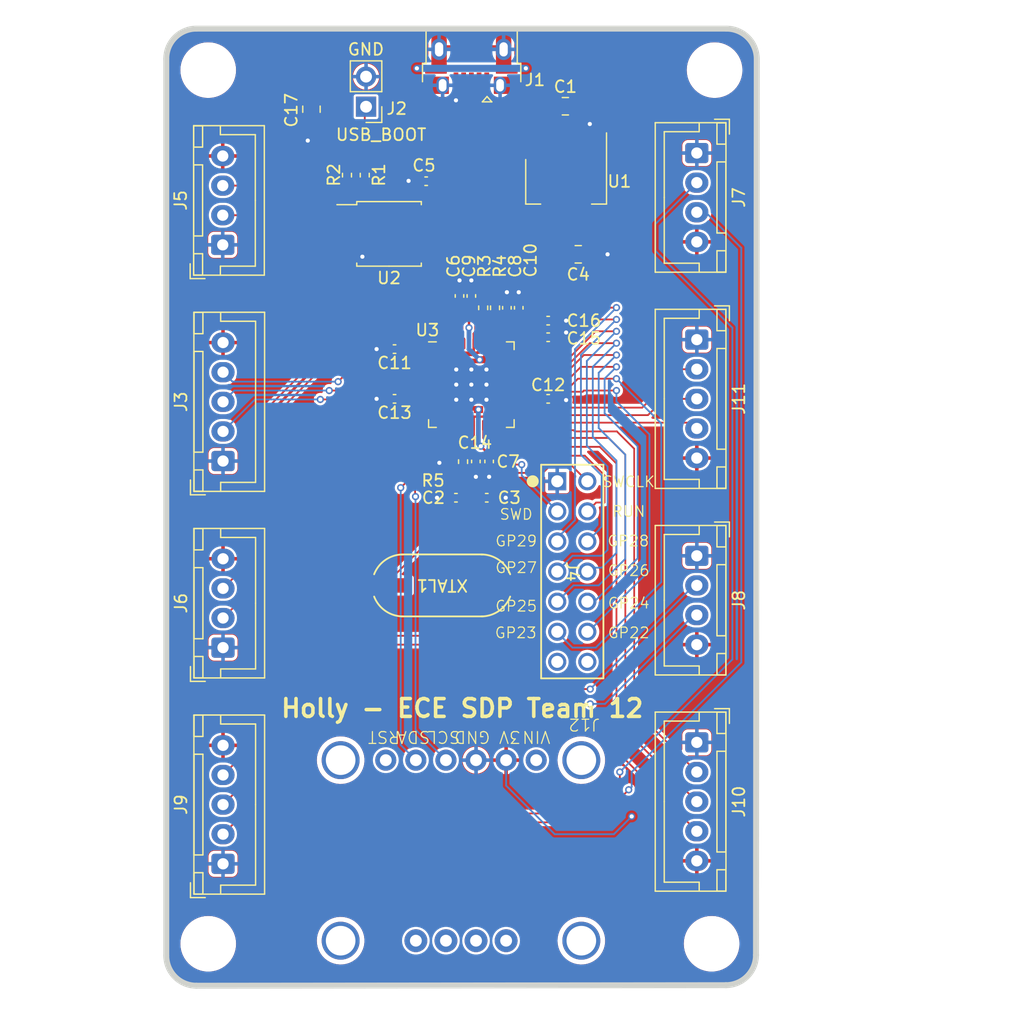
<source format=kicad_pcb>
(kicad_pcb (version 20221018) (generator pcbnew)
  (title_block (title "RP2040 Minimal Design Example") (date "2024-01-16") (rev "REV2") (company "Raspberry Pi Ltd"))
  (layers (0 "F.Cu" signal) (31 "B.Cu" signal) (34 "B.Paste" user) (35 "F.Paste" user) (36 "B.SilkS" user "B.Silkscreen") (37 "F.SilkS" user "F.Silkscreen") (38 "B.Mask" user) (39 "F.Mask" user) (44 "Edge.Cuts" user))
  (net 0 "")
  (net 1 "GND")
  (net 2 "VBUS")
  (net 3 "/XIN")
  (net 4 "/XOUT")
  (net 5 "+3V3")
  (net 6 "+1V1")
  (net 8 "/~{USB_BOOT}")
  (net 9 "/GPIO15")
  (net 10 "/GPIO14")
  (net 11 "/GPIO13")
  (net 12 "/GPIO12")
  (net 13 "/GPIO11")
  (net 14 "/GPIO10")
  (net 15 "/GPIO9")
  (net 16 "/GPIO8")
  (net 17 "/GPIO7")
  (net 18 "/GPIO6")
  (net 19 "/GPIO5")
  (net 20 "/GPIO4")
  (net 21 "/GPIO3")
  (net 22 "/GPIO2")
  (net 23 "/GPIO1")
  (net 24 "/GPIO0")
  (net 25 "/GPIO29_ADC3")
  (net 26 "/GPIO28_ADC2")
  (net 27 "/GPIO27_ADC1")
  (net 28 "/GPIO26_ADC0")
  (net 29 "/GPIO25")
  (net 30 "/GPIO24")
  (net 31 "/GPIO23")
  (net 32 "/GPIO22")
  (net 33 "/GPIO21")
  (net 34 "/GPIO20")
  (net 35 "/GPIO19")
  (net 36 "/GPIO18")
  (net 37 "/GPIO17")
  (net 38 "/GPIO16")
  (net 39 "/RUN")
  (net 40 "/SWD")
  (net 41 "/SWCLK")
  (net 42 "/QSPI_SS")
  (net 43 "Net-(U3-USB_DP)")
  (net 44 "Net-(U3-USB_DM)")
  (net 45 "/QSPI_SD3")
  (net 46 "/QSPI_SCLK")
  (net 47 "/QSPI_SD0")
  (net 48 "/QSPI_SD2")
  (net 49 "/QSPI_SD1")
  (net 50 "/USB_D+")
  (net 51 "/USB_D-")
  (net 52 "Net-(C3-Pad1)")
  (footprint "Capacitor_SMD:C_0805_2012Metric" (layer "F.Cu") (at 142.24 82.55)
    (fp_text reference "C4")
    (fp_text value "10u")
  )
  (footprint "RP2040_minimal:USB_Micro-B_Amphenol_10103594-0001LF_Horizontal_modified" (layer "F.Cu") (at 133.215 65.25 180)
    (fp_text reference "J1")
    (fp_text value "USB_B_Micro")
  )
  (footprint "Connector_PinHeader_2.54mm:PinHeader_1x02_P2.54mm_Vertical" (layer "F.Cu") (at 124.325 70.09 180)
    (fp_text reference "J2")
    (fp_text value "Conn_01x02")
  )
  (footprint "Capacitor_SMD:C_0402_1005Metric" (layer "F.Cu") (at 137.215 87.065 90)
    (fp_text reference "C10")
    (fp_text value "1u")
  )
  (footprint "Capacitor_SMD:C_0402_1005Metric" (layer "F.Cu") (at 136.215 87.065 90)
    (fp_text reference "C8")
    (fp_text value "1u")
  )
  (footprint "Capacitor_SMD:C_0402_1005Metric" (layer "F.Cu") (at 126.73 94.75 180)
    (fp_text reference "C13")
    (fp_text value "100n")
  )
  (footprint "Capacitor_SMD:C_0402_1005Metric" (layer "F.Cu") (at 129.4 76.38 180)
    (fp_text reference "C5")
    (fp_text value "100n")
  )
  (footprint "Resistor_SMD:R_0402_1005Metric" (layer "F.Cu") (at 122.715 75.865 -90)
    (fp_text reference "R2")
    (fp_text value "DNF")
  )
  (footprint "Package_TO_SOT_SMD:SOT-223-3_TabPin2" (layer "F.Cu") (at 141.215 76.4 -90)
    (fp_text reference "U1")
    (fp_text value "NCP1117-3.3_SOT223")
  )
  (footprint "Package_SO:SOIC-8_5.23x5.23mm_P1.27mm" (layer "F.Cu") (at 126.265 80.825)
    (fp_text reference "U2")
    (fp_text value "W25Q128JVS")
  )
  (footprint "Resistor_SMD:R_0402_1005Metric" (layer "F.Cu") (at 124.215 75.865 90)
    (fp_text reference "R1")
    (fp_text value "1k")
  )
  (footprint "Capacitor_SMD:C_0402_1005Metric" (layer "F.Cu") (at 133.215 86.065 90)
    (fp_text reference "C9")
    (fp_text value "100n")
  )
  (footprint "Capacitor_SMD:C_0402_1005Metric" (layer "F.Cu") (at 139.7 94.75)
    (fp_text reference "C12")
    (fp_text value "100n")
  )
  (footprint "Capacitor_SMD:C_0402_1005Metric" (layer "F.Cu") (at 133.596 100.035 -90)
    (fp_text reference "C14")
    (fp_text value "100n")
  )
  (footprint "Resistor_SMD:R_0402_1005Metric" (layer "F.Cu") (at 134.215 87.065 -90)
    (fp_text reference "R3")
    (fp_text value "27")
  )
  (footprint "Capacitor_SMD:C_0402_1005Metric" (layer "F.Cu") (at 134.715 100.035 -90)
    (fp_text reference "C7")
    (fp_text value "100n")
  )
  (footprint "Capacitor_SMD:C_0805_2012Metric" (layer "F.Cu") (at 141.1525 70.05)
    (fp_text reference "C1")
    (fp_text value "10u")
  )
  (footprint "Capacitor_SMD:C_0402_1005Metric" (layer "F.Cu") (at 126.73 90.55 180)
    (fp_text reference "C11")
    (fp_text value "100n")
  )
  (footprint "Capacitor_SMD:C_0402_1005Metric" (layer "F.Cu") (at 139.7 88.15)
    (fp_text reference "C16")
    (fp_text value "100n")
  )
  (footprint "RP2040_minimal:RP2040-QFN-56" (layer "F.Cu") (at 133.215 93.55)
    (fp_text reference "U3")
    (fp_text value "RP2040")
  )
  (footprint "MountingHole:MountingHole_2.7mm_M2.5" (layer "F.Cu") (at 153.75 67)
    (fp_text reference "H2" hide)
    (fp_text value "MountingHole" hide)
  )
  (footprint "Resistor_SMD:R_0402_1005Metric" (layer "F.Cu") (at 135.215 87.065 -90)
    (fp_text reference "R4")
    (fp_text value "27")
  )
  (footprint "MountingHole:MountingHole_2.7mm_M2.5" (layer "F.Cu") (at 153.5 140.75)
    (fp_text reference "H3" hide)
    (fp_text value "MountingHole" hide)
  )
  (footprint "Capacitor_SMD:C_0402_1005Metric" (layer "F.Cu") (at 132.215 86.065 90)
    (fp_text reference "C6")
    (fp_text value "100n")
  )
  (footprint "Capacitor_SMD:C_0402_1005Metric" (layer "F.Cu") (at 139.7 89.55)
    (fp_text reference "C15")
    (fp_text value "100n")
  )
  (footprint "MountingHole:MountingHole_2.7mm_M2.5" (layer "F.Cu") (at 111 140.75)
    (fp_text reference "H4" hide)
    (fp_text value "MountingHole" hide)
  )
  (footprint "Capacitor_SMD:C_0805_2012Metric" (layer "F.Cu") (at 119.715 70.3 -90)
    (fp_text reference "C17")
    (fp_text value "10u")
  )
  (footprint "footprints:IMU" (layer "F.Cu") (at 147.58 120.17 180)
    (fp_text reference "J12")
    (fp_text value "IMU_BNO055")
  )
  (footprint "Capacitor_SMD:C_0402_1005Metric" (layer "F.Cu") (at 131.915 103.1 180)
    (fp_text reference "C2")
    (fp_text value "15p")
  )
  (footprint "footprints:XTAL_ABLS_ABR" (layer "F.Cu") (at 130.75 110.5 180)
    (fp_text reference "XTAL1")
    (fp_text value "ABLS-12.000MHZ-B4-T")
  )
  (footprint "Connector_JST:JST_XH_B5B-XH-A_1x05_P2.50mm_Vertical" (layer "F.Cu") (at 152.25 89.75 -90)
    (fp_text reference "J11")
    (fp_text value "B5B-XH-A")
  )
  (footprint "Connector_JST:JST_XH_B4B-XH-A_1x04_P2.50mm_Vertical" (layer "F.Cu") (at 112.225 81.75 90)
    (fp_text reference "J5")
    (fp_text value "B4B-XH-A")
  )
  (footprint "Capacitor_SMD:C_0402_1005Metric" (layer "F.Cu") (at 134.515 103.1)
    (fp_text reference "C3")
    (fp_text value "15p")
  )
  (footprint "footprints:CONN_PH2-14-UA_ADM" (layer "F.Cu") (at 140.465 101.71 -90)
    (fp_text reference "J4")
    (fp_text value "PH2-14-UA")
  )
  (footprint "Connector_JST:JST_XH_B5B-XH-A_1x05_P2.50mm_Vertical" (layer "F.Cu") (at 112.25 133.999756 90)
    (fp_text reference "J9")
    (fp_text value "B5B-XH-A")
  )
  (footprint "Connector_JST:JST_XH_B4B-XH-A_1x04_P2.50mm_Vertical" (layer "F.Cu") (at 112.25 115.75 90)
    (fp_text reference "J6")
    (fp_text value "B4B-XH-A")
  )
  (footprint "Connector_JST:JST_XH_B4B-XH-A_1x04_P2.50mm_Vertical" (layer "F.Cu") (at 152.25 74 -90)
    (fp_text reference "J7")
    (fp_text value "B4B-XH-A")
  )
  (footprint "MountingHole:MountingHole_2.7mm_M2.5" (layer "F.Cu") (at 111 67)
    (fp_text reference "H2" hide)
    (fp_text value "MountingHole" hide)
  )
  (footprint "Connector_JST:JST_XH_B5B-XH-A_1x05_P2.50mm_Vertical" (layer "F.Cu") (at 112.25 100 90)
    (fp_text reference "J3")
    (fp_text value "B5B-XH-A")
  )
  (footprint "Connector_JST:JST_XH_B5B-XH-A_1x05_P2.50mm_Vertical" (layer "F.Cu") (at 152.25 123.75 -90)
    (fp_text reference "J10")
    (fp_text value "B5B-XH-A")
  )
  (footprint "Connector_JST:JST_XH_B4B-XH-A_1x04_P2.50mm_Vertical" (layer "F.Cu") (at 152.25 108 -90)
    (fp_text reference "J8")
    (fp_text value "B4B-XH-A")
  )
  (footprint "Resistor_SMD:R_0402_1005Metric" (layer "F.Cu") (at 132.515 100.05 -90)
    (fp_text reference "R5")
    (fp_text value "1k")
  )
  (gr_line (start 107.459951 141.750049) (end 107.46 66.04) (stroke (width 0.5)) (layer "Edge.Cuts"))
  (gr_line (start 154.703963 144.243963) (end 109.999951 144.290049) (stroke (width 0.5)) (layer "Edge.Cuts"))
  (gr_line (start 157.3081 66.058051) (end 157.243963 141.703963) (stroke (width 0.5)) (layer "Edge.Cuts"))
  (gr_arc (start 107.46 66.04) (mid 108.203949 64.243949) (end 110 63.5) (stroke (width 0.5)) (layer "Edge.Cuts"))
  (gr_arc (start 109.999951 144.290049) (mid 108.203914 143.546086) (end 107.459951 141.750049) (stroke (width 0.5)) (layer "Edge.Cuts"))
  (gr_arc (start 154.750049 63.5) (mid 156.55885 64.24925) (end 157.3081 66.058051) (stroke (width 0.5)) (layer "Edge.Cuts"))
  (gr_arc (start 157.243963 141.703963) (mid 156.5 143.5) (end 154.703963 144.243963) (stroke (width 0.5)) (layer "Edge.Cuts"))
  (gr_line (start 110 63.5) (end 154.750049 63.5) (stroke (width 0.5)) (layer "Edge.Cuts"))
  (gr_text "GP28" (at 146.465 106.75) (layer "F.SilkS") (effects (font (size 0.9 0.9) (thickness 0.1))))
  (gr_text "GP27" (at 137 109) (layer "F.SilkS") (effects (font (size 0.9 0.9) (thickness 0.1))))
  (gr_text "GP26" (at 146.5 109.25) (layer "F.SilkS") (effects (font (size 0.9 0.9) (thickness 0.1))))
  (gr_text "GP25" (at 137 112.25) (layer "F.SilkS") (effects (font (size 0.9 0.9) (thickness 0.1))))
  (gr_text "GP24" (at 146.5 112) (layer "F.SilkS") (effects (font (size 0.9 0.9) (thickness 0.1))))
  (gr_text "GP23" (at 136.965 114.5) (layer "F.SilkS") (effects (font (size 0.9 0.9) (thickness 0.1))))
  (gr_text "GP29" (at 137 106.75) (layer "F.SilkS") (effects (font (size 0.9 0.9) (thickness 0.1))))
  (gr_text "GND" (at 124.315 65.25) (layer "F.SilkS") (effects (font (size 1 1))))
  (gr_text "RUN\n" (at 146.5 104.25) (layer "F.SilkS") (effects (font (size 0.9 0.9) (thickness 0.1))))
  (gr_text "Holly - ECE SDP Team 12" (at 117 121.75) (layer "F.SilkS") (effects (font (size 1.5 1.5) (thickness 0.3) bold) (justify left bottom)))
  (gr_text "\nUSB_BOOT" (at 125.595 71.65) (layer "F.SilkS") (effects (font (size 1 1))))
  (gr_text "SWD" (at 137 104.5) (layer "F.SilkS") (effects (font (size 0.9 0.9) (thickness 0.1))))
  (gr_text "GP22" (at 146.5 114.5) (layer "F.SilkS") (effects (font (size 0.9 0.9) (thickness 0.1))))
  (gr_text "SWCLK" (at 146.5 101.75) (layer "F.SilkS") (effects (font (size 0.9 0.9) (thickness 0.1))))
  (segment (start 126.245 94.75) (end 125.215 94.75) (width 0.2) (layer "F.Cu") (net 1))
  (segment (start 131.435 103.1) (end 130.315 103.1) (width 0.2) (layer "F.Cu") (net 1))
  (segment (start 137.215 86.58) (end 137.215 85.75) (width 0.2) (layer "F.Cu") (net 1))
  (segment (start 140.185 94.75) (end 140.29 94.855) (width 0.2) (layer "F.Cu") (net 1))
  (segment (start 140.185 88.15) (end 141.215 88.15) (width 0.2) (layer "F.Cu") (net 1))
  (segment (start 131.915 68.15) (end 131.915 69.55) (width 0.2) (layer "F.Cu") (net 1))
  (segment (start 140.29 94.855) (end 141.215 94.855) (width 0.2) (layer "F.Cu") (net 1))
  (segment (start 143.515 73.25) (end 143.515 71.85) (width 0.2) (layer "F.Cu") (net 1))
  (segment (start 135.675 65) (end 135.945 65.27) (width 0.2) (layer "F.Cu") (net 1))
  (segment (start 143.515 71.85) (end 143.215 71.55) (width 0.2) (layer "F.Cu") (net 1))
  (segment (start 128.59 76.35) (end 127.915 76.35) (width 0.2) (layer "F.Cu") (net 1))
  (segment (start 134.715 100.52) (end 134.715 101.332004) (width 0.2) (layer "F.Cu") (net 1))
  (segment (start 134.995 103.1) (end 136.115 103.1) (width 0.2) (layer "F.Cu") (net 1))
  (segment (start 140.185 89.55) (end 140.815 89.55) (width 0.15) (layer "F.Cu") (net 1))
  (segment (start 130.755 65) (end 130.485 65.27) (width 0.2) (layer "F.Cu") (net 1))
  (segment (start 142.09 70.425) (end 143.215 71.55) (width 0.2) (layer "F.Cu") (net 1))
  (segment (start 122.665 82.73) (end 123.995 82.73) (width 0.2) (layer "F.Cu") (net 1))
  (segment (start 119.355 71.55) (end 119.355 72.9) (width 0.15) (layer "F.Cu") (net 1))
  (segment (start 143.265 82.55) (end 144.715 82.55) (width 0.2) (layer "F.Cu") (net 1))
  (segment (start 132.215 98.2045) (end 132.215 96.9875) (width 0.15) (layer "F.Cu") (net 1))
  (segment (start 132.255 65) (end 130.755 65) (width 0.2) (layer "F.Cu") (net 1))
  (segment (start 130.515 100.15) (end 130.515 99.9045) (width 0.15) (layer "F.Cu") (net 1))
  (segment (start 132.215 85.58) (end 132.215 84.750008) (width 0.2) (layer "F.Cu") (net 1))
  (segment (start 140.815 89.55) (end 141.215 89.15) (width 0.15) (layer "F.Cu") (net 1))
  (segment (start 128.915 76.38) (end 128.62 76.38) (width 0.2) (layer "F.Cu") (net 1))
  (segment (start 133.596 101.331984) (end 133.595994 101.33199) (width 0.2) (layer "F.Cu") (net 1))
  (segment (start 133.596 100.52) (end 133.596 101.331984) (width 0.2) (layer "F.Cu") (net 1))
  (segment (start 133.215 85.58) (end 133.215 84.75) (width 0.2) (layer "F.Cu") (net 1))
  (segment (start 136.215 86.58) (end 136.215 85.75) (width 0.2) (layer "F.Cu") (net 1))
  (segment (start 126.245 90.55) (end 125.215 90.55) (width 0.2) (layer "F.Cu") (net 1))
  (segment (start 128.62 76.38) (end 128.59 76.35) (width 0.2) (layer "F.Cu") (net 1))
  (segment (start 123.995 82.73) (end 124.015 82.75) (width 0.2) (layer "F.Cu") (net 1))
  (segment (start 119.355 72.9) (end 119.405 72.95) (width 0.15) (layer "F.Cu") (net 1))
  (segment (start 130.515 99.9045) (end 132.215 98.2045) (width 0.15) (layer "F.Cu") (net 1))
  (segment (start 134.175 65) (end 135.675 65) (width 0.2) (layer "F.Cu") (net 1))
  (segment (start 142.09 70.05) (end 142.09 70.425) (width 0.2) (layer "F.Cu") (net 1))
  (via (at 130.315 103.1) (size 0.6) (drill 0.35) (layers "F.Cu" "B.Cu") (net 1))
  (via (at 136.115 103.1) (size 0.6) (drill 0.35) (layers "F.Cu" "B.Cu") (net 1))
  (via (at 132.215 84.750008) (size 0.6) (drill 0.35) (layers "F.Cu" "B.Cu") (net 1))
  (via (at 130.515 100.15) (size 0.6) (drill 0.35) (layers "F.Cu" "B.Cu") (net 1))
  (via (at 125.215 90.55) (size 0.6) (drill 0.35) (layers "F.Cu" "B.Cu") (net 1))
  (via (at 131.915 69.55) (size 0.6) (drill 0.35) (layers "F.Cu" "B.Cu") (net 1))
  (via (at 141.215 94.855) (size 0.6) (drill 0.35) (layers "F.Cu" "B.Cu") (net 1))
  (via (at 119.405 72.95) (size 0.6) (drill 0.35) (layers "F.Cu" "B.Cu") (net 1))
  (via (at 134.715 101.332004) (size 0.6) (drill 0.35) (layers "F.Cu" "B.Cu") (net 1))
  (via (at 125.215 94.75) (size 0.6) (drill 0.35) (layers "F.Cu" "B.Cu") (net 1))
  (via (at 141.215 88.15) (size 0.6) (drill 0.35) (layers "F.Cu" "B.Cu") (net 1))
  (via (at 144.715 82.55) (size 0.6) (drill 0.35) (layers "F.Cu" "B.Cu") (net 1))
  (via (at 136.215 85.75) (size 0.6) (drill 0.35) (layers "F.Cu" "B.Cu") (net 1))
  (via (at 127.915 76.35) (size 0.6) (drill 0.35) (layers "F.Cu" "B.Cu") (net 1))
  (via (at 133.595994 101.33199) (size 0.6) (drill 0.35) (layers "F.Cu" "B.Cu") (net 1))
  (via (at 141.215 89.15) (size 0.6) (drill 0.35) (layers "F.Cu" "B.Cu") (net 1))
  (via (at 124.015 82.75) (size 0.6) (drill 0.35) (layers "F.Cu" "B.Cu") (net 1))
  (via (at 137.215 85.75) (size 0.6) (drill 0.35) (layers "F.Cu" "B.Cu") (net 1))
  (via (at 143.215 71.55) (size 0.6) (drill 0.35) (layers "F.Cu" "B.Cu") (net 1))
  (via (at 133.215 84.75) (size 0.6) (drill 0.35) (layers "F.Cu" "B.Cu") (net 1))
  (segment (start 136.514999 86.049999) (end 136.215 85.75) (width 0.2) (layer "B.Cu") (net 1))
  (segment (start 137.215 86.55) (end 137.015 86.55) (width 0.2) (layer "B.Cu") (net 1))
  (segment (start 137.015 86.55) (end 136.514999 86.049999) (width 0.2) (layer "B.Cu") (net 1))
  (segment (start 134.515 68.075) (end 134.515 69.05) (width 0.4) (layer "F.Cu") (net 2))
  (segment (start 134.515 69.05) (end 135.315 69.85) (width 0.4) (layer "F.Cu") (net 2))
  (segment (start 131.815 102.52) (end 132.395 103.1) (width 0.15) (layer "F.Cu") (net 3))
  (segment (start 132.395 103.9782) (end 125.8732 110.5) (width 0.15) (layer "F.Cu") (net 3))
  (segment (start 131.815 99.287861) (end 131.815 102.52) (width 0.15) (layer "F.Cu") (net 3))
  (segment (start 132.615 96.9875) (end 132.615 98.487861) (width 0.15) (layer "F.Cu") (net 3))
  (segment (start 132.615 98.487861) (end 131.815 99.287861) (width 0.15) (layer "F.Cu") (net 3))
  (segment (start 132.395 103.1) (end 132.395 103.9782) (width 0.15) (layer "F.Cu") (net 3))
  (segment (start 133.015 98.65) (end 132.515 99.15) (width 0.15) (layer "F.Cu") (net 4))
  (segment (start 132.515 99.15) (end 132.515 99.54) (width 0.15) (layer "F.Cu") (net 4))
  (segment (start 133.015 96.9875) (end 133.015 98.65) (width 0.15) (layer "F.Cu") (net 4))
  (segment (start 129.7775 94.55) (end 127.415 94.55) (width 0.2) (layer "F.Cu") (net 5))
  (segment (start 133.415 96.35) (end 133.215 96.15) (width 0.2) (layer "F.Cu") (net 5))
  (segment (start 127.415 94.55) (end 127.215 94.75) (width 0.2) (layer "F.Cu") (net 5))
  (segment (start 136.6525 94.55) (end 135.815 94.55) (width 0.2) (layer "F.Cu") (net 5))
  (segment (start 133.415 89.25) (end 133.415 90.1125) (width 0.2) (layer "F.Cu") (net 5))
  (segment (start 129.7775 94.55) (end 130.615 94.55) (width 0.2) (layer "F.Cu") (net 5))
  (segment (start 133.415 99.0555) (end 133.596 99.2365) (width 0.2) (layer "F.Cu") (net 5))
  (segment (start 133.815 89.349998) (end 133.565001 89.099999) (width 0.2) (layer "F.Cu") (net 5))
  (segment (start 133.596 99.55) (end 133.916 99.55) (width 0.15) (layer "F.Cu") (net 5))
  (segment (start 133.815 90.75) (end 133.615 90.95) (width 0.2) (layer "F.Cu") (net 5))
  (segment (start 136.6525 94.55) (end 139.015 94.55) (width 0.2) (layer "F.Cu") (net 5))
  (segment (start 133.565001 87.662535) (end 133.565001 89.099999) (width 0.2) (layer "F.Cu") (net 5))
  (segment (start 133.415 96.9875) (end 133.415 99.0555) (width 0.2) (layer "F.Cu") (net 5))
  (segment (start 139.015 94.55) (end 139.215 94.75) (width 0.2) (layer "F.Cu") (net 5))
  (segment (start 129.7775 90.95) (end 130.615 90.95) (width 0.2) (layer "F.Cu") (net 5))
  (segment (start 133.215 86.55) (end 133.215 87.312534) (width 0.2) (layer "F.Cu") (net 5))
  (segment (start 133.815 90.1125) (end 133.815 90.75) (width 0.2) (layer "F.Cu") (net 5))
  (segment (start 133.815 90.1125) (end 133.815 89.349998) (width 0.2) (layer "F.Cu") (net 5))
  (segment (start 133.415 90.1125) (end 133.415 90.95) (width 0.2) (layer "F.Cu") (net 5))
  (segment (start 137.215 87.85) (end 136.815 88.25) (width 0.2) (layer "F.Cu") (net 5))
  (segment (start 141.215 79.55) (end 141.215 82.55) (width 0.2) (layer "F.Cu") (net 5))
  (segment (start 133.596 99.2365) (end 133.596 99.55) (width 0.2) (layer "F.Cu") (net 5))
  (segment (start 133.565001 89.099999) (end 133.415 89.25) (width 0.2) (layer "F.Cu") (net 5))
  (segment (start 135.415 89.65) (end 136.815 88.25) (width 0.2) (layer "F.Cu") (net 5))
  (segment (start 137.215 87.545) (end 137.215 87.85) (width 0.15) (layer "F.Cu") (net 5))
  (segment (start 133.415 90.95) (end 133.415 90.55) (width 0.2) (layer "F.Cu") (net 5))
  (segment (start 133.215 87.312534) (end 133.565001 87.662535) (width 0.2) (layer "F.Cu") (net 5))
  (segment (start 129.865 78.92) (end 129.865 76.4) (width 0.2) (layer "F.Cu") (net 5))
  (segment (start 133.415 96.9875) (end 133.415 96.35) (width 0.2) (layer "F.Cu") (net 5))
  (segment (start 135.415 90.1125) (end 135.415 89.65) (width 0.2) (layer "F.Cu") (net 5))
  (segment (start 129.865 76.4) (end 129.885 76.38) (width 0.2) (layer "F.Cu") (net 5))
  (segment (start 129.7775 90.95) (end 128.915 90.95) (width 0.2) (layer "F.Cu") (net 5))
  (via (at 137.815 66.85) (size 0.6) (drill 0.35) (layers "F.Cu" "B.Cu") (net 5))
  (via (at 128.615 66.85) (size 0.6) (drill 0.35) (layers "F.Cu" "B.Cu") (net 5))
  (via (at 146.75 130) (size 0.6) (drill 0.35) (layers "F.Cu" "B.Cu") (net 5))
  (segment (start 145.25 131.5) (end 146.75 130) (width 0.15) (layer "B.Cu") (net 5))
  (segment (start 137.815 66.85) (end 128.615 66.85) (width 0.6) (layer "B.Cu") (net 5))
  (segment (start 136.15 125.25) (end 136.15 127.4) (width 0.15) (layer "B.Cu") (net 5))
  (segment (start 140.25 131.5) (end 145.25 131.5) (width 0.15) (layer "B.Cu") (net 5))
  (segment (start 136.15 127.4) (end 140.25 131.5) (width 0.15) (layer "B.Cu") (net 5))
  (segment (start 133.015 90.1125) (end 133.015 88.749994) (width 0.2) (layer "F.Cu") (net 6))
  (segment (start 135.015 89.35) (end 136.215 88.15) (width 0.2) (layer "F.Cu") (net 6))
  (segment (start 132.215 86.845) (end 133.015 87.645) (width 0.2) (layer "F.Cu") (net 6))
  (segment (start 134.715 99.45) (end 134.015 98.75) (width 0.2) (layer "F.Cu") (net 6))
  (segment (start 133.815 98.55) (end 134.015 98.75) (width 0.2) (layer "F.Cu") (net 6))
  (segment (start 133.015 87.645) (end 133.015 88.32573) (width 0.2) (layer "F.Cu") (net 6))
  (segment (start 134.715 99.55) (end 134.715 99.45) (width 0.2) (layer "F.Cu") (net 6))
  (segment (start 135.015 90.1125) (end 135.015 89.35) (width 0.2) (layer "F.Cu") (net 6))
  (segment (start 135.015 90.1125) (end 135.015 90.95) (width 0.2) (layer "F.Cu") (net 6))
  (segment (start 132.215 86.55) (end 132.215 86.845) (width 0.2) (layer "F.Cu") (net 6))
  (segment (start 133.015 88.32573) (end 133.015 88.749994) (width 0.2) (layer "F.Cu") (net 6))
  (segment (start 136.215 88.15) (end 136.215 87.55) (width 0.2) (layer "F.Cu") (net 6))
  (segment (start 133.815 96.9875) (end 133.815 98.55) (width 0.2) (layer "F.Cu") (net 6))
  (via (at 133.015 88.749994) (size 0.6) (drill 0.35) (layers "F.Cu" "B.Cu") (net 6))
  (via (at 133.915 91.45) (size 0.6) (drill 0.35) (layers "F.Cu" "B.Cu") (net 6))
  (via (at 134.015 98.75) (size 0.6) (drill 0.35) (layers "F.Cu" "B.Cu") (net 6))
  (via (at 133.81497 95.65) (size 0.6) (drill 0.35) (layers "F.Cu" "B.Cu") (net 6))
  (segment (start 134.015 98.75) (end 133.805 98.54) (width 0.4) (layer "B.Cu") (net 6))
  (segment (start 133.805 98.54) (end 133.805 95.65997) (width 0.4) (layer "B.Cu") (net 6))
  (segment (start 133.805 95.65997) (end 133.81497 95.65) (width 0.4) (layer "B.Cu") (net 6))
  (segment (start 133.015 90.56) (end 133.905 91.45) (width 0.4) (layer "B.Cu") (net 6))
  (segment (start 133.015 88.749994) (end 133.015 90.56) (width 0.4) (layer "B.Cu") (net 6))
  (segment (start 133.905 91.45) (end 133.915 91.45) (width 0.4) (layer "B.Cu") (net 6))
  (segment (start 124.215 70.2) (end 124.325 70.09) (width 0.15) (layer "F.Cu") (net 8))
  (segment (start 124.215 75.38) (end 124.215 70.2) (width 0.15) (layer "F.Cu") (net 8))
  (segment (start 131.815 96.9875) (end 131.815 97.987861) (width 0.15) (layer "F.Cu") (net 9))
  (segment (start 131.815 97.987861) (end 128.465 101.337861) (width 0.15) (layer "F.Cu") (net 9))
  (segment (start 128.465 102.965) (end 128.5 103) (width 0.15) (layer "F.Cu") (net 9))
  (segment (start 128.465 101.337861) (end 128.465 102.965) (width 0.15) (layer "F.Cu") (net 9))
  (via (at 128.5 103) (size 0.6) (drill 0.35) (layers "F.Cu" "B.Cu") (net 9))
  (segment (start 128.5 103) (end 128.5 122.68) (width 0.15) (layer "B.Cu") (net 9))
  (segment (start 128.5 122.68) (end 131.07 125.25) (width 0.15) (layer "B.Cu") (net 9))
  (segment (start 131.415 97.74) (end 131.415 96.9875) (width 0.15) (layer "F.Cu") (net 10))
  (segment (start 127.715 101.44) (end 131.415 97.74) (width 0.15) (layer "F.Cu") (net 10))
  (segment (start 127.715 101.785) (end 127.715 101.44) (width 0.15) (layer "F.Cu") (net 10))
  (segment (start 127.25 102.25) (end 127.715 101.785) (width 0.15) (layer "F.Cu") (net 10))
  (via (at 127.25 102.25) (size 0.6) (drill 0.35) (layers "F.Cu" "B.Cu") (net 10))
  (segment (start 127.25 123.97) (end 128.53 125.25) (width 0.15) (layer "B.Cu") (net 10))
  (segment (start 127.25 102.25) (end 127.25 123.97) (width 0.15) (layer "B.Cu") (net 10))
  (segment (start 122.488 106.012) (end 131.015 97.485) (width 0.15) (layer "F.Cu") (net 11))
  (segment (start 137.5 116.25) (end 136 114.75) (width 0.15) (layer "F.Cu") (net 11))
  (segment (start 122.428 113.428) (end 122.428 106.012) (width 0.15) (layer "F.Cu") (net 11))
  (segment (start 139.25 119.25) (end 137.5 117.5) (width 0.15) (layer "F.Cu") (net 11))
  (segment (start 123.75 114.75) (end 122.428 113.428) (width 0.15) (layer "F.Cu") (net 11))
  (segment (start 137.5 117.5) (end 137.5 116.25) (width 0.15) (layer "F.Cu") (net 11))
  (segment (start 131.015 97.485) (end 131.015 96.9875) (width 0.15) (layer "F.Cu") (net 11))
  (segment (start 143.25 119.25) (end 139.25 119.25) (width 0.15) (layer "F.Cu") (net 11))
  (segment (start 122.428 106.012) (end 122.488 106.012) (width 0.15) (layer "F.Cu") (net 11))
  (segment (start 136 114.75) (end 123.75 114.75) (width 0.15) (layer "F.Cu") (net 11))
  (via (at 143.25 119.25) (size 0.6) (drill 0.35) (layers "F.Cu" "B.Cu") (net 11))
  (segment (start 143.25 119.25) (end 145 117.5) (width 0.15) (layer "B.Cu") (net 11))
  (segment (start 145 117.5) (end 152.25 110.25) (width 0.15) (layer "B.Cu") (net 11))
  (segment (start 135.5 115.5) (end 123 115.5) (width 0.15) (layer "F.Cu") (net 12))
  (segment (start 130.2625 96.9875) (end 130.615 96.9875) (width 0.15) (layer "F.Cu") (net 12))
  (segment (start 129.28 97.97) (end 130.2625 96.9875) (width 0.15) (layer "F.Cu") (net 12))
  (segment (start 123 115.5) (end 121.412 113.912) (width 0.15) (layer "F.Cu") (net 12))
  (segment (start 121.412 105.918) (end 129.28 98.05) (width 0.15) (layer "F.Cu") (net 12))
  (segment (start 143.25 120.5) (end 139 120.5) (width 0.15) (layer "F.Cu") (net 12))
  (segment (start 129.28 98.05) (end 129.28 97.97) (width 0.15) (layer "F.Cu") (net 12))
  (segment (start 136.5 118) (end 136.5 116.5) (width 0.15) (layer "F.Cu") (net 12))
  (segment (start 136.5 116.5) (end 135.5 115.5) (width 0.15) (layer "F.Cu") (net 12))
  (segment (start 121.412 113.912) (end 121.412 105.918) (width 0.15) (layer "F.Cu") (net 12))
  (segment (start 139 120.5) (end 136.5 118) (width 0.15) (layer "F.Cu") (net 12))
  (via (at 143.25 120.5) (size 0.6) (drill 0.35) (layers "F.Cu" "B.Cu") (net 12))
  (segment (start 143.25 120.5) (end 144.5 120.5) (width 0.15) (layer "B.Cu") (net 12))
  (segment (start 144.5 120.5) (end 152.25 112.75) (width 0.15) (layer "B.Cu") (net 12))
  (segment (start 118 118) (end 120 116) (width 0.15) (layer "F.Cu") (net 13))
  (segment (start 118 126.75) (end 118 118) (width 0.15) (layer "F.Cu") (net 13))
  (segment (start 129.7775 96.5365) (end 129.7775 96.15) (width 0.15) (layer "F.Cu") (net 13))
  (segment (start 145.75 127.5) (end 143.5 129.75) (width 0.15) (layer "F.Cu") (net 13))
  (segment (start 120 106.314) (end 129.7775 96.5365) (width 0.15) (layer "F.Cu") (net 13))
  (segment (start 120 116) (end 120 106.314) (width 0.15) (layer "F.Cu") (net 13))
  (segment (start 145.75 126.25) (end 145.75 127.5) (width 0.15) (layer "F.Cu") (net 13))
  (segment (start 121 129.75) (end 118 126.75) (width 0.15) (layer "F.Cu") (net 13))
  (segment (start 143.5 129.75) (end 121 129.75) (width 0.15) (layer "F.Cu") (net 13))
  (via (at 145.75 126.25) (size 0.6) (drill 0.35) (layers "F.Cu" "B.Cu") (net 13))
  (segment (start 148.75 80) (end 152.25 76.5) (width 0.15) (layer "B.Cu") (net 13))
  (segment (start 155.25 88.75) (end 148.75 82.25) (width 0.15) (layer "B.Cu") (net 13))
  (segment (start 148.75 82.25) (end 148.75 80) (width 0.15) (layer "B.Cu") (net 13))
  (segment (start 145.75 126.25) (end 155.25 116.75) (width 0.15) (layer "B.Cu") (net 13))
  (segment (start 155.25 116.75) (end 155.25 88.75) (width 0.15) (layer "B.Cu") (net 13))
  (segment (start 128.765 95.75) (end 127.965 96.55) (width 0.15) (layer "F.Cu") (net 14))
  (segment (start 120.5 130.5) (end 143.75 130.5) (width 0.15) (layer "F.Cu") (net 14))
  (segment (start 129.7775 95.75) (end 128.765 95.75) (width 0.15) (layer "F.Cu") (net 14))
  (segment (start 119.465 115.535) (end 117.25 117.75) (width 0.15) (layer "F.Cu") (net 14))
  (segment (start 127.2775 96.55) (end 119.465 104.3625) (width 0.15) (layer "F.Cu") (net 14))
  (segment (start 119.465 104.3625) (end 119.465 115.535) (width 0.15) (layer "F.Cu") (net 14))
  (segment (start 117.25 127.25) (end 120.5 130.5) (width 0.15) (layer "F.Cu") (net 14))
  (segment (start 127.965 96.55) (end 127.2775 96.55) (width 0.15) (layer "F.Cu") (net 14))
  (segment (start 143.75 130.5) (end 146.5 127.75) (width 0.15) (layer "F.Cu") (net 14))
  (segment (start 117.25 117.75) (end 117.25 127.25) (width 0.15) (layer "F.Cu") (net 14))
  (via (at 146.5 127.75) (size 0.6) (drill 0.35) (layers "F.Cu" "B.Cu") (net 14))
  (segment (start 153 79) (end 152.25 79) (width 0.15) (layer "B.Cu") (net 14))
  (segment (start 156 82) (end 153 79) (width 0.15) (layer "B.Cu") (net 14))
  (segment (start 146.75 127.5) (end 146.75 126.25) (width 0.15) (layer "B.Cu") (net 14))
  (segment (start 156 117) (end 156 82) (width 0.15) (layer "B.Cu") (net 14))
  (segment (start 146.5 127.75) (end 146.75 127.5) (width 0.15) (layer "B.Cu") (net 14))
  (segment (start 146.75 126.25) (end 156 117) (width 0.15) (layer "B.Cu") (net 14))
  (segment (start 127.5025 96.0875) (end 126.1775 96.0875) (width 0.15) (layer "F.Cu") (net 15))
  (segment (start 116.5 127.249756) (end 112.25 131.499756) (width 0.15) (layer "F.Cu") (net 15))
  (segment (start 116.5 117.25) (end 116.5 127.249756) (width 0.15) (layer "F.Cu") (net 15))
  (segment (start 128.24 95.35) (end 127.5025 96.0875) (width 0.15) (layer "F.Cu") (net 15))
  (segment (start 129.7775 95.35) (end 128.24 95.35) (width 0.15) (layer "F.Cu") (net 15))
  (segment (start 126.1775 96.0875) (end 118.715 103.55) (width 0.15) (layer "F.Cu") (net 15))
  (segment (start 118.715 115.035) (end 116.5 117.25) (width 0.15) (layer "F.Cu") (net 15))
  (segment (start 118.715 103.55) (end 118.715 115.035) (width 0.15) (layer "F.Cu") (net 15))
  (segment (start 128.005 94.95) (end 127.5 95.455) (width 0.15) (layer "F.Cu") (net 16))
  (segment (start 115.5 116.75) (end 115.5 125.749756) (width 0.15) (layer "F.Cu") (net 16))
  (segment (start 117.715 114.535) (end 115.5 116.75) (width 0.15) (layer "F.Cu") (net 16))
  (segment (start 125.06 95.455) (end 117.715 102.8) (width 0.15) (layer "F.Cu") (net 16))
  (segment (start 127.5 95.455) (end 125.06 95.455) (width 0.15) (layer "F.Cu") (net 16))
  (segment (start 129.7775 94.95) (end 128.005 94.95) (width 0.15) (layer "F.Cu") (net 16))
  (segment (start 117.715 102.8) (end 117.715 114.535) (width 0.15) (layer "F.Cu") (net 16))
  (segment (start 115.5 125.749756) (end 112.25 128.999756) (width 0.15) (layer "F.Cu") (net 16))
  (segment (start 124.365 94.15) (end 116.715 101.8) (width 0.15) (layer "F.Cu") (net 17))
  (segment (start 116.715 114) (end 114.5 116.215) (width 0.15) (layer "F.Cu") (net 17))
  (segment (start 114.5 116.215) (end 114.5 124.25) (width 0.15) (layer "F.Cu") (net 17))
  (segment (start 112.250244 126.499756) (end 112.25 126.499756) (width 0.15) (layer "F.Cu") (net 17))
  (segment (start 114.5 124.25) (end 112.250244 126.499756) (width 0.15) (layer "F.Cu") (net 17))
  (segment (start 116.715 101.8) (end 116.715 114) (width 0.15) (layer "F.Cu") (net 17))
  (segment (start 129.7775 94.15) (end 124.365 94.15) (width 0.15) (layer "F.Cu") (net 17))
  (segment (start 123.265 93.75) (end 122.215 94.8) (width 0.15) (layer "F.Cu") (net 18))
  (segment (start 129.7775 93.75) (end 123.265 93.75) (width 0.15) (layer "F.Cu") (net 18))
  (segment (start 122.215 94.8) (end 120.465 94.8) (width 0.15) (layer "F.Cu") (net 18))
  (via (at 120.465 94.8) (size 0.6) (drill 0.35) (layers "F.Cu" "B.Cu") (net 18))
  (segment (start 114.95 94.8) (end 112.25 97.5) (width 0.15) (layer "B.Cu") (net 18))
  (segment (start 120.465 94.8) (end 114.95 94.8) (width 0.15) (layer "B.Cu") (net 18))
  (segment (start 129.7775 93.35) (end 122.915 93.35) (width 0.15) (layer "F.Cu") (net 19))
  (segment (start 122.915 93.35) (end 122.215 94.05) (width 0.15) (layer "F.Cu") (net 19))
  (segment (start 122.215 94.05) (end 121.215 94.05) (width 0.15) (layer "F.Cu") (net 19))
  (via (at 121.215 94.05) (size 0.6) (drill 0.35) (layers "F.Cu" "B.Cu") (net 19))
  (segment (start 113.2 94.05) (end 112.25 95) (width 0.15) (layer "B.Cu") (net 19))
  (segment (start 121.215 94.05) (end 113.2 94.05) (width 0.15) (layer "B.Cu") (net 19))
  (segment (start 129.7775 92.95) (end 122.315 92.95) (width 0.15) (layer "F.Cu") (net 20))
  (segment (start 122.315 92.95) (end 121.965 93.3) (width 0.15) (layer "F.Cu") (net 20))
  (via (at 121.965 93.3) (size 0.6) (drill 0.35) (layers "F.Cu" "B.Cu") (net 20))
  (segment (start 113.05 93.3) (end 112.25 92.5) (width 0.15) (layer "B.Cu") (net 20))
  (segment (start 121.965 93.3) (end 113.05 93.3) (width 0.15) (layer "B.Cu") (net 20))
  (segment (start 115.5 97.25) (end 115.5 110) (width 0.15) (layer "F.Cu") (net 21))
  (segment (start 129.7775 92.55) (end 120.215 92.55) (width 0.15) (layer "F.Cu") (net 21))
  (segment (start 115.515 97.25) (end 115.5 97.25) (width 0.15) (layer "F.Cu") (net 21))
  (segment (start 120.215 92.55) (end 115.515 97.25) (width 0.15) (layer "F.Cu") (net 21))
  (segment (start 115.5 110) (end 112.25 113.25) (width 0.15) (layer "F.Cu") (net 21))
  (segment (start 119.365 92.15) (end 114.25 97.265) (width 0.15) (layer "F.Cu") (net 22))
  (segment (start 129.7775 92.15) (end 119.365 92.15) (width 0.15) (layer "F.Cu") (net 22))
  (segment (start 114.25 108.75) (end 112.25 110.75) (width 0.15) (layer "F.Cu") (net 22))
  (segment (start 114.25 97.265) (end 114.25 108.75) (width 0.15) (layer "F.Cu") (net 22))
  (segment (start 114 79.25) (end 117.5 82.75) (width 0.15) (layer "F.Cu") (net 23))
  (segment (start 117.5 86.585) (end 117.5825 86.6675) (width 0.15) (layer "F.Cu") (net 23))
  (segment (start 117.5 82.75) (end 117.5 86.585) (width 0.15) (layer "F.Cu") (net 23))
  (segment (start 122.665 91.75) (end 117.5825 86.6675) (width 0.15) (layer "F.Cu") (net 23))
  (segment (start 129.7775 91.75) (end 122.665 91.75) (width 0.15) (layer "F.Cu") (net 23))
  (segment (start 112.225 79.25) (end 114 79.25) (width 0.15) (layer "F.Cu") (net 23))
  (segment (start 123.515 91.35) (end 118.75 86.585) (width 0.15) (layer "F.Cu") (net 24))
  (segment (start 129.7775 91.35) (end 123.515 91.35) (width 0.15) (layer "F.Cu") (net 24))
  (segment (start 118.75 80.75) (end 114.75 76.75) (width 0.15) (layer "F.Cu") (net 24))
  (segment (start 118.75 86.585) (end 118.75 80.75) (width 0.15) (layer "F.Cu") (net 24))
  (segment (start 114.75 76.75) (end 112.225 76.75) (width 0.15) (layer "F.Cu") (net 24))
  (segment (start 144.215 87.05) (end 145.465 87.05) (width 0.15) (layer "F.Cu") (net 25))
  (segment (start 139.915 91.35) (end 144.215 87.05) (width 0.15) (layer "F.Cu") (net 25))
  (segment (start 136.6525 91.35) (end 139.915 91.35) (width 0.15) (layer "F.Cu") (net 25))
  (via (at 145.465 87.05) (size 0.6) (drill 0.35) (layers "F.Cu" "B.Cu") (net 25))
  (segment (start 141.965 90.55) (end 141.965 105) (width 0.15) (layer "B.Cu") (net 25))
  (segment (start 140.465 106.5) (end 140.465 106.79) (width 0.15) (layer "B.Cu") (net 25))
  (segment (start 145.465 87.05) (end 141.965 90.55) (width 0.15) (layer "B.Cu") (net 25))
  (segment (start 141.965 105) (end 140.465 106.5) (width 0.15) (layer "B.Cu") (net 25))
  (segment (start 136.6525 91.75) (end 140.264999 91.75) (width 0.15) (layer "F.Cu") (net 26))
  (segment (start 140.264999 91.75) (end 143.964999 88.05) (width 0.15) (layer "F.Cu") (net 26))
  (segment (start 143.964999 88.05) (end 145.465 88.05) (width 0.15) (layer "F.Cu") (net 26))
  (via (at 145.465 88.05) (size 0.6) (drill 0.35) (layers "F.Cu" "B.Cu") (net 26))
  (segment (start 144.215 105.535) (end 144 105.75) (width 0.15) (layer "B.Cu") (net 26))
  (segment (start 144 105.75) (end 144 105.795) (width 0.15) (layer "B.Cu") (net 26))
  (segment (start 144.215 101.215) (end 144.215 105.535) (width 0.15) (layer "B.Cu") (net 26))
  (segment (start 144 105.795) (end 143.005 106.79) (width 0.15) (layer "B.Cu") (net 26))
  (segment (start 142.465 99.465) (end 144.215 101.215) (width 0.15) (layer "B.Cu") (net 26))
  (segment (start 142.465 91.05) (end 142.465 99.465) (width 0.15) (layer "B.Cu") (net 26))
  (segment (start 145.465 88.05) (end 142.465 91.05) (width 0.15) (layer "B.Cu") (net 26))
  (segment (start 136.6525 92.15) (end 140.615 92.15) (width 0.15) (layer "F.Cu") (net 27))
  (segment (start 140.615 92.15) (end 143.715 89.05) (width 0.15) (layer "F.Cu") (net 27))
  (segment (start 143.715 89.05) (end 145.465 89.05) (width 0.15) (layer "F.Cu") (net 27))
  (via (at 145.465 89.05) (size 0.6) (drill 0.35) (layers "F.Cu" "B.Cu") (net 27))
  (segment (start 142.965 98.715) (end 144.715 100.465) (width 0.15) (layer "B.Cu") (net 27))
  (segment (start 144.715 107.5) (end 144.215 108) (width 0.15) (layer "B.Cu") (net 27))
  (segment (start 144.715 100.465) (end 144.715 107.5) (width 0.15) (layer "B.Cu") (net 27))
  (segment (start 142.965 91.55) (end 142.965 98.715) (width 0.15) (layer "B.Cu") (net 27))
  (segment (start 140.465 109.285) (end 140.465 109.33) (width 0.15) (layer "B.Cu") (net 27))
  (segment (start 144.215 108) (end 141.75 108) (width 0.15) (layer "B.Cu") (net 27))
  (segment (start 141.75 108) (end 140.465 109.285) (width 0.15) (layer "B.Cu") (net 27))
  (segment (start 145.465 89.05) (end 142.965 91.55) (width 0.15) (layer "B.Cu") (net 27))
  (segment (start 136.6525 92.55) (end 140.715 92.55) (width 0.15) (layer "F.Cu") (net 28))
  (segment (start 140.715 92.55) (end 143.215 90.05) (width 0.15) (layer "F.Cu") (net 28))
  (segment (start 143.215 90.05) (end 145.465 90.05) (width 0.15) (layer "F.Cu") (net 28))
  (via (at 145.465 90.05) (size 0.6) (drill 0.35) (layers "F.Cu" "B.Cu") (net 28))
  (segment (start 143.465 97.965) (end 145.465 99.965) (width 0.15) (layer "B.Cu") (net 28))
  (segment (start 145.465 90.05) (end 143.465 92.05) (width 0.15) (layer "B.Cu") (net 28))
  (segment (start 143.465 92.05) (end 143.465 97.965) (width 0.15) (layer "B.Cu") (net 28))
  (segment (start 144.25 108.965) (end 144.25 109) (width 0.15) (layer "B.Cu") (net 28))
  (segment (start 143.335 109) (end 143.005 109.33) (width 0.15) (layer "B.Cu") (net 28))
  (segment (start 145.465 99.965) (end 145.465 107.75) (width 0.15) (layer "B.Cu") (net 28))
  (segment (start 145.465 107.75) (end 144.25 108.965) (width 0.15) (layer "B.Cu") (net 28))
  (segment (start 144.25 109) (end 143.335 109) (width 0.15) (layer "B.Cu") (net 28))
  (segment (start 140.815 92.95) (end 142.715 91.05) (width 0.15) (layer "F.Cu") (net 29))
  (segment (start 136.6525 92.95) (end 140.815 92.95) (width 0.15) (layer "F.Cu") (net 29))
  (segment (start 142.715 91.05) (end 145.465 91.05) (width 0.15) (layer "F.Cu") (net 29))
  (via (at 145.465 91.05) (size 0.6) (drill 0.35) (layers "F.Cu" "B.Cu") (net 29))
  (segment (start 143.965 92.55) (end 143.965 97.215) (width 0.15) (layer "B.Cu") (net 29))
  (segment (start 146.215 108.25) (end 143.965 110.5) (width 0.15) (layer "B.Cu") (net 29))
  (segment (start 141.835 110.5) (end 140.465 111.87) (width 0.15) (layer "B.Cu") (net 29))
  (segment (start 141.12 111.87) (end 140.465 111.87) (width 0.15) (layer "B.Cu") (net 29))
  (segment (start 143.965 110.5) (end 141.835 110.5) (width 0.15) (layer "B.Cu") (net 29))
  (segment (start 143.965 97.215) (end 146.215 99.465) (width 0.15) (layer "B.Cu") (net 29))
  (segment (start 145.465 91.05) (end 143.965 92.55) (width 0.15) (layer "B.Cu") (net 29))
  (segment (start 146.215 99.465) (end 146.215 108.25) (width 0.15) (layer "B.Cu") (net 29))
  (segment (start 142.465 92.05) (end 145.465 92.05) (width 0.15) (layer "F.Cu") (net 30))
  (segment (start 141.165 93.35) (end 142.465 92.05) (width 0.15) (layer "F.Cu") (net 30))
  (segment (start 136.6525 93.35) (end 141.165 93.35) (width 0.15) (layer "F.Cu") (net 30))
  (via (at 145.465 92.05) (size 0.6) (drill 0.35) (layers "F.Cu" "B.Cu") (net 30))
  (segment (start 147.25 98.75) (end 147.25 108.215) (width 0.15) (layer "B.Cu") (net 30))
  (segment (start 144.465 93.05) (end 144.465 95.965) (width 0.15) (layer "B.Cu") (net 30))
  (segment (start 144.465 95.965) (end 147.25 98.75) (width 0.15) (layer "B.Cu") (net 30))
  (segment (start 145.465 92.05) (end 144.465 93.05) (width 0.15) (layer "B.Cu") (net 30))
  (segment (start 147.25 108.215) (end 143.595 111.87) (width 0.15) (layer "B.Cu") (net 30))
  (segment (start 143.595 111.87) (end 143.005 111.87) (width 0.15) (layer "B.Cu") (net 30))
  (segment (start 141.515 93.75) (end 142.215 93.05) (width 0.15) (layer "F.Cu") (net 31))
  (segment (start 136.6525 93.75) (end 141.515 93.75) (width 0.15) (layer "F.Cu") (net 31))
  (segment (start 142.215 93.05) (end 145.465 93.05) (width 0.15) (layer "F.Cu") (net 31))
  (via (at 145.465 93.05) (size 0.6) (drill 0.35) (layers "F.Cu" "B.Cu") (net 31))
  (segment (start 140.465 114.41) (end 140.465 114.465) (width 0.15) (layer "B.Cu") (net 31))
  (segment (start 149.25 96.835) (end 145.465 93.05) (width 0.15) (layer "B.Cu") (net 31))
  (segment (start 143.715 115.75) (end 149.25 110.215) (width 0.15) (layer "B.Cu") (net 31))
  (segment (start 141.75 115.75) (end 143.715 115.75) (width 0.15) (layer "B.Cu") (net 31))
  (segment (start 140.465 114.465) (end 141.75 115.75) (width 0.15) (layer "B.Cu") (net 31))
  (segment (start 149.25 110.215) (end 149.25 96.835) (width 0.15) (layer "B.Cu") (net 31))
  (segment (start 142.715 94.05) (end 145.465 94.05) (width 0.15) (layer "F.Cu") (net 32))
  (segment (start 142.615 94.15) (end 142.715 94.05) (width 0.15) (layer "F.Cu") (net 32))
  (segment (start 136.6525 94.15) (end 142.615 94.15) (width 0.15) (layer "F.Cu") (net 32))
  (via (at 145.465 94.05) (size 0.6) (drill 0.35) (layers "F.Cu" "B.Cu") (net 32))
  (segment (start 145.465 94.05) (end 145.465 94.965) (width 0.15) (layer "B.Cu") (net 32))
  (segment (start 145.465 94.965) (end 148.25 97.75) (width 0.15) (layer "B.Cu") (net 32))
  (segment (start 143.09 114.41) (end 143.005 114.41) (width 0.15) (layer "B.Cu") (net 32))
  (segment (start 148.25 109.25) (end 143.09 114.41) (width 0.15) (layer "B.Cu") (net 32))
  (segment (start 148.25 97.75) (end 148.25 109.25) (width 0.15) (layer "B.Cu") (net 32))
  (segment (start 137.78375 94.95) (end 138.32375 95.49) (width 0.15) (layer "F.Cu") (net 33))
  (segment (start 136.6525 94.95) (end 137.78375 94.95) (width 0.15) (layer "F.Cu") (net 33))
  (segment (start 138.32375 95.49) (end 147.6425 95.49) (width 0.15) (layer "F.Cu") (net 33))
  (segment (start 150.8825 92.25) (end 152.25 92.25) (width 0.15) (layer "F.Cu") (net 33))
  (segment (start 147.6425 95.49) (end 150.8825 92.25) (width 0.15) (layer "F.Cu") (net 33))
  (segment (start 137.52 95.35) (end 138.295 96.125) (width 0.15) (layer "F.Cu") (net 34))
  (segment (start 149.5 94.75) (end 152.25 94.75) (width 0.15) (layer "F.Cu") (net 34))
  (segment (start 136.6525 95.35) (end 137.52 95.35) (width 0.15) (layer "F.Cu") (net 34))
  (segment (start 138.295 96.125) (end 148.125 96.125) (width 0.15) (layer "F.Cu") (net 34))
  (segment (start 148.125 96.125) (end 149.5 94.75) (width 0.15) (layer "F.Cu") (net 34))
  (segment (start 137.285 95.75) (end 138.295 96.76) (width 0.15) (layer "F.Cu") (net 35))
  (segment (start 151.55 96.8) (end 152.25 97.5) (width 0.15) (layer "F.Cu") (net 35))
  (segment (start 138.295 96.76) (end 151.76 96.76) (width 0.15) (layer "F.Cu") (net 35))
  (segment (start 151.76 96.76) (end 152.25 97.25) (width 0.15) (layer "F.Cu") (net 35))
  (segment (start 136.6525 95.75) (end 137.285 95.75) (width 0.15) (layer "F.Cu") (net 35))
  (segment (start 138.295 97.395) (end 141.845 97.395) (width 0.15) (layer "F.Cu") (net 36))
  (segment (start 141.845 97.395) (end 141.95 97.5) (width 0.15) (layer "F.Cu") (net 36))
  (segment (start 146.965 98.965) (end 146.965 120.965) (width 0.15) (layer "F.Cu") (net 36))
  (segment (start 137.05 96.15) (end 138.295 97.395) (width 0.15) (layer "F.Cu") (net 36))
  (segment (start 141.95 97.5) (end 145.5 97.5) (width 0.15) (layer "F.Cu") (net 36))
  (segment (start 136.6525 96.15) (end 137.05 96.15) (width 0.15) (layer "F.Cu") (net 36))
  (segment (start 145.5 97.5) (end 146.965 98.965) (width 0.15) (layer "F.Cu") (net 36))
  (segment (start 137.065 96.15) (end 136.6525 96.15) (width 0.15) (layer "F.Cu") (net 36))
  (segment (start 146.965 120.965) (end 152.25 126.25) (width 0.15) (layer "F.Cu") (net 36))
  (segment (start 146.215 99.465) (end 146.215 122.715) (width 0.15) (layer "F.Cu") (net 37))
  (segment (start 135.815 96.9875) (end 136.4025 96.9875) (width 0.15) (layer "F.Cu") (net 37))
  (segment (start 144.8 98.05) (end 146.215 99.465) (width 0.15) (layer "F.Cu") (net 37))
  (segment (start 137.465 98.05) (end 144.8 98.05) (width 0.15) (layer "F.Cu") (net 37))
  (segment (start 136.4025 96.9875) (end 137.465 98.05) (width 0.15) (layer "F.Cu") (net 37))
  (segment (start 146.215 122.715) (end 152.25 128.75) (width 0.15) (layer "F.Cu") (net 37))
  (segment (start 136.665 98.8) (end 144.05 98.8) (width 0.15) (layer "F.Cu") (net 38))
  (segment (start 145.465 100.215) (end 145.465 124.465) (width 0.15) (layer "F.Cu") (net 38))
  (segment (start 135.415 97.55) (end 136.665 98.8) (width 0.15) (layer "F.Cu") (net 38))
  (segment (start 144.05 98.8) (end 145.465 100.215) (width 0.15) (layer "F.Cu") (net 38))
  (segment (start 135.415 96.9875) (end 135.415 97.55) (width 0.15) (layer "F.Cu") (net 38))
  (segment (start 145.465 124.465) (end 152.25 131.25) (width 0.15) (layer "F.Cu") (net 38))
  (segment (start 142.8 99.55) (end 144.465 101.215) (width 0.15) (layer "F.Cu") (net 39))
  (segment (start 144.465 101.215) (end 144.465 103.5) (width 0.15) (layer "F.Cu") (net 39))
  (segment (start 143.755 103.5) (end 143.005 104.25) (width 0.15) (layer "F.Cu") (net 39))
  (segment (start 144.465 103.5) (end 143.755 103.5) (width 0.15) (layer "F.Cu") (net 39))
  (segment (start 136.89 99.55) (end 142.8 99.55) (width 0.15) (layer "F.Cu") (net 39))
  (segment (start 135.015 97.675) (end 136.89 99.55) (width 0.15) (layer "F.Cu") (net 39))
  (segment (start 135.015 96.9875) (end 135.015 97.675) (width 0.15) (layer "F.Cu") (net 39))
  (segment (start 134.615 97.95) (end 136.965 100.3) (width 0.15) (layer "F.Cu") (net 40))
  (segment (start 134.615 96.9875) (end 134.615 97.95) (width 0.15) (layer "F.Cu") (net 40))
  (segment (start 137.465 100.3) (end 137.215 100.3) (width 0.15) (layer "F.Cu") (net 40))
  (segment (start 136.965 100.3) (end 137.465 100.3) (width 0.15) (layer "F.Cu") (net 40))
  (via (at 137.465 100.3) (size 0.6) (drill 0.35) (layers "F.Cu" "B.Cu") (net 40))
  (segment (start 137.465 100.3) (end 137.465 101.215) (width 0.15) (layer "B.Cu") (net 40))
  (segment (start 137.465 101.215) (end 140.465 104.215) (width 0.15) (layer "B.Cu") (net 40))
  (segment (start 140.465 104.215) (end 140.465 104.25) (width 0.15) (layer "B.Cu") (net 40))
  (segment (start 137.165 101) (end 139.25 101) (width 0.15) (layer "F.Cu") (net 41))
  (segment (start 134.215 98.05) (end 137.165 101) (width 0.15) (layer "F.Cu") (net 41))
  (segment (start 140 100.25) (end 141.545 100.25) (width 0.15) (layer "F.Cu") (net 41))
  (segment (start 141.545 100.25) (end 143.005 101.71) (width 0.15) (layer "F.Cu") (net 41))
  (segment (start 139.25 101) (end 140 100.25) (width 0.15) (layer "F.Cu") (net 41))
  (segment (start 134.215 96.9875) (end 134.215 98.05) (width 0.15) (layer "F.Cu") (net 41))
  (segment (start 130.615 89.95) (end 130.615 90.15) (width 0.15) (layer "F.Cu") (net 42))
  (segment (start 122.665 76.4) (end 122.715 76.35) (width 0.15) (layer "F.Cu") (net 42))
  (segment (start 121.815 84.85) (end 125.515 84.85) (width 0.15) (layer "F.Cu") (net 42))
  (segment (start 120.715 80.35) (end 120.715 83.75) (width 0.15) (layer "F.Cu") (net 42))
  (segment (start 125.515 84.85) (end 130.615 89.95) (width 0.15) (layer "F.Cu") (net 42))
  (segment (start 122.665 78.92) (end 122.145 78.92) (width 0.15) (layer "F.Cu") (net 42))
  (segment (start 120.715 83.75) (end 121.815 84.85) (width 0.15) (layer "F.Cu") (net 42))
  (segment (start 122.145 78.92) (end 120.715 80.35) (width 0.15) (layer "F.Cu") (net 42))
  (segment (start 122.665 78.92) (end 122.665 76.4) (width 0.15) (layer "F.Cu") (net 42))
  (segment (start 122.715 76.35) (end 124.215 76.35) (width 0.15) (layer "F.Cu") (net 42))
  (segment (start 130.615 90.15) (end 130.615 90.1775) (width 0.15) (layer "F.Cu") (net 42))
  (segment (start 134.215 90.1125) (end 134.215 87.55) (width 0.2) (layer "F.Cu") (net 43))
  (segment (start 134.615 88.85) (end 135.215 88.25) (width 0.2) (layer "F.Cu") (net 44))
  (segment (start 134.615 90.1125) (end 134.615 88.85) (width 0.2) (layer "F.Cu") (net 44))
  (segment (start 135.215 88.25) (end 135.215 87.55) (width 0.2) (layer "F.Cu") (net 44))
  (segment (start 131.615 81.35) (end 130.455 80.19) (width 0.15) (layer "F.Cu") (net 45))
  (segment (start 132.466321 89.526321) (end 132.466321 87.801321) (width 0.15) (layer "F.Cu") (net 45))
  (segment (start 131.115 86.45) (end 131.115 84.65) (width 0.15) (layer "F.Cu") (net 45))
  (segment (start 132.615 89.675) (end 132.466321 89.526321) (width 0.15) (layer "F.Cu") (net 45))
  (segment (start 132.615 90.1125) (end 132.615 89.675) (width 0.15) (layer "F.Cu") (net 45))
  (segment (start 131.615 84.15) (end 131.615 81.35) (width 0.15) (layer "F.Cu") (net 45))
  (segment (start 132.466321 87.801321) (end 131.115 86.45) (width 0.15) (layer "F.Cu") (net 45))
  (segment (start 131.115 84.65) (end 131.615 84.15) (width 0.15) (layer "F.Cu") (net 45))
  (segment (start 130.455 80.19) (end 129.865 80.19) (width 0.15) (layer "F.Cu") (net 45))
  (segment (start 131.015 82.05) (end 130.425 81.46) (width 0.15) (layer "F.Cu") (net 46))
  (segment (start 132.215 90.1225) (end 132.16631 90.07381) (width 0.15) (layer "F.Cu") (net 46))
  (segment (start 132.16631 88.30131) (end 130.515 86.65) (width 0.15) (layer "F.Cu") (net 46))
  (segment (start 130.425 81.46) (end 129.865 81.46) (width 0.15) (layer "F.Cu") (net 46))
  (segment (start 132.16631 90.07381) (end 132.16631 88.30131) (width 0.15) (layer "F.Cu") (net 46))
  (segment (start 130.515 84.45) (end 131.015 83.95) (width 0.15) (layer "F.Cu") (net 46))
  (segment (start 131.015 83.95) (end 131.015 82.05) (width 0.15) (layer "F.Cu") (net 46))
  (segment (start 130.515 86.65) (end 130.515 84.45) (width 0.15) (layer "F.Cu") (net 46))
  (segment (start 131.815 88.75) (end 129.915 86.85) (width 0.15) (layer "F.Cu") (net 47))
  (segment (start 129.915 86.85) (end 129.915 82.78) (width 0.15) (layer "F.Cu") (net 47))
  (segment (start 131.815 90.1225) (end 131.815 88.75) (width 0.15) (layer "F.Cu") (net 47))
  (segment (start 129.915 82.78) (end 129.865 82.73) (width 0.15) (layer "F.Cu") (net 47))
  (segment (start 131.415 90.1225) (end 131.415 89.15) (width 0.15) (layer "F.Cu") (net 48))
  (segment (start 131.415 89.15) (end 123.725 81.46) (width 0.15) (layer "F.Cu") (net 48))
  (segment (start 123.725 81.46) (end 122.665 81.46) (width 0.15) (layer "F.Cu") (net 48))
  (segment (start 122.175 80.19) (end 122.665 80.19) (width 0.15) (layer "F.Cu") (net 49))
  (segment (start 121.315 81.05) (end 122.175 80.19) (width 0.15) (layer "F.Cu") (net 49))
  (segment (start 122.215 84.25) (end 121.315 83.35) (width 0.15) (layer "F.Cu") (net 49))
  (segment (start 121.315 83.35) (end 121.315 81.05) (width 0.15) (layer "F.Cu") (net 49))
  (segment (start 131.015 89.55) (end 125.715 84.25) (width 0.15) (layer "F.Cu") (net 49))
  (segment (start 131.015 90.1225) (end 131.015 89.55) (width 0.15) (layer "F.Cu") (net 49))
  (segment (start 125.715 84.25) (end 122.215 84.25) (width 0.15) (layer "F.Cu") (net 49))
  (segment (start 134.24 77.446752) (end 132.94 76.146752) (width 0.8) (layer "F.Cu") (net 50))
  (segment (start 133.215 69.35) (end 132.94 69.625) (width 0.4) (layer "F.Cu") (net 50))
  (segment (start 133.215 68.075) (end 133.215 69.35) (width 0.4) (layer "F.Cu") (net 50))
  (segment (start 132.94 76.146752) (end 132.94 69.95) (width 0.8) (layer "F.Cu") (net 50))
  (segment (start 134.24 86.555) (end 134.24 77.446752) (width 0.8) (layer "F.Cu") (net 50))
  (segment (start 132.94 69.625) (end 132.94 69.95) (width 0.4) (layer "F.Cu") (net 50))
  (segment (start 134.215 86.58) (end 134.24 86.555) (width 0.8) (layer "F.Cu") (net 50))
  (segment (start 133.89 75.753248) (end 133.89 69.95) (width 0.8) (layer "F.Cu") (net 51))
  (segment (start 135.19 77.053248) (end 133.89 75.753248) (width 0.8) (layer "F.Cu") (net 51))
  (segment (start 135.215 86.58) (end 135.19 86.555) (width 0.8) (layer "F.Cu") (net 51))
  (segment (start 135.19 86.555) (end 135.19 77.053248) (width 0.8) (layer "F.Cu") (net 51))
  (segment (start 133.865 68.075) (end 133.865 69.925) (width 0.4) (layer "F.Cu") (net 51))
  (segment (start 133.865 69.925) (end 133.89 69.95) (width 0.4) (layer "F.Cu") (net 51))
  (segment (start 134.035 103.1) (end 134.035 104.77) (width 0.15) (layer "F.Cu") (net 52))
  (segment (start 135.715 110.4118) (end 135.6268 110.5) (width 0.15) (layer "F.Cu") (net 52))
  (segment (start 133.915 103.1) (end 134.035 103.1) (width 0.15) (layer "F.Cu") (net 52))
  (segment (start 134.035 104.77) (end 135.715 106.45) (width 0.15) (layer "F.Cu") (net 52))
  (segment (start 135.715 106.45) (end 135.715 110.4118) (width 0.15) (layer "F.Cu") (net 52))
  (segment (start 133.915 102.98) (end 134.035 103.1) (width 0.15) (layer "F.Cu") (net 52))
  (segment (start 132.515 101.65) (end 133.915 103.05) (width 0.15) (layer "F.Cu") (net 52))
  (segment (start 132.515 100.56) (end 132.515 101.65) (width 0.15) (layer "F.Cu") (net 52))
  (zone (net 2) (net_name "VBUS") (layer "F.Cu") (priority 2) (connect_pads (clearance 0.2)) (min_thickness 0.25) (fill yes (thermal_gap 0.508) (thermal_bridge_width 0.508))
    (polygon (pts (xy 141.215 71.55) (xy 139.315 71.55) (xy 139.315 75.15) (xy 134.915 75.15) (xy 134.915 69.35) (xy 137.515 69.35) (xy 137.515 68.55) (xy 141.215 68.55)))
  )
  (zone (net 6) (net_name "+1V1") (layer "F.Cu") (priority 1) (connect_pads yes (clearance 0.15)) (min_thickness 0.15) (fill yes (thermal_gap 0.508) (thermal_bridge_width 0.508))
    (polygon (pts (xy 135.215 91.75) (xy 131.615 91.75) (xy 131.615 95.15) (xy 134.215 95.15) (xy 134.215 95.95) (xy 133.415 95.95) (xy 133.415 95.75) (xy 131.015 95.75) (xy 131.015 91.35) (xy 133.815 91.35) (xy 133.815 91.15) (xy 134.215 91.15) (xy 134.215 90.75) (xy 135.215 90.75)))
  )
  (zone (net 5) (net_name "+3V3") (layer "F.Cu") (connect_pads yes (clearance 0.15)) (min_thickness 0.15) (fill yes (thermal_gap 0.508) (thermal_bridge_width 0.508))
    (polygon (pts (xy 136.015 96.35) (xy 130.415 96.35) (xy 130.415 90.75) (xy 133.215 90.75) (xy 134.015 90.75) (xy 136.015 90.75)))
  )
  (zone (net 5) (net_name "+3V3") (layer "F.Cu") (connect_pads (clearance 0.25)) (min_thickness 0.2) (fill yes (thermal_gap 0.3) (thermal_bridge_width 0.3))
    (polygon (pts (xy 178.461 147.02) (xy 93.421 147.52) (xy 93.921 62.018) (xy 178.961 61.518)))
    (polygon (pts (xy 137.025 91.68) (xy 137.025 97.395) (xy 129.405 97.395) (xy 129.405 91.68) (xy 126.23 91.68)))
    (polygon (pts (xy 132.015 69.75) (xy 132.015 78.75) (xy 121.615 78.75) (xy 120.315 79.95) (xy 120.315 83.95) (xy 121.815 85.35) (xy 125.315 85.35) (xy 130.315 90.35) (xy 134.315 90.35) (xy 134.315 85.75) (xy 136.115 85.75) (xy 136.115 76.55) (xy 134.915 75.35) (xy 134.915 69.75)))
  )
  (zone (net 1) (net_name "GND") (layer "B.Cu") (connect_pads (clearance 0.2)) (min_thickness 0.2) (fill yes (thermal_gap 0.3) (thermal_bridge_width 0.3))
    (polygon (pts (xy 178.461 147.516) (xy 93.711 146.846) (xy 93.965 62.484) (xy 178.562 62.738)))
  )
)
</source>
